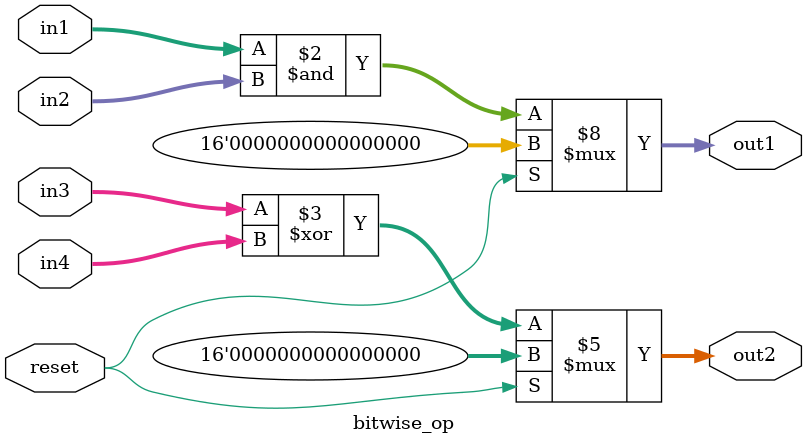
<source format=v>
module bitwise_op (
    input [15:0] in1,
    input [15:0] in2,
    input [15:0] in3,
    input [15:0] in4,
    input reset,
    output reg [15:0] out1,
    output reg [15:0] out2
);

    always @(*) begin
        if (reset) begin
            out1 <= 16'b0;
            out2 <= 16'b0;
        end else begin
            out1 <= in1 & in2;
            out2 <= in3 ^ in4;
        end
    end

endmodule
</source>
